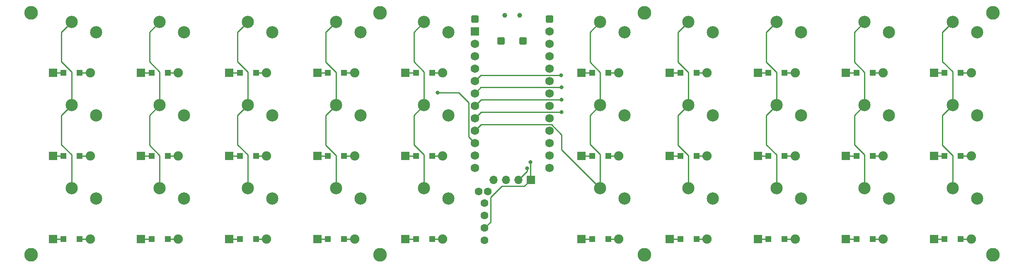
<source format=gbr>
%TF.GenerationSoftware,KiCad,Pcbnew,(6.0.4)*%
%TF.CreationDate,2022-07-31T16:16:28-04:00*%
%TF.ProjectId,satpad,73617470-6164-42e6-9b69-6361645f7063,v1.0.0*%
%TF.SameCoordinates,Original*%
%TF.FileFunction,Copper,L2,Bot*%
%TF.FilePolarity,Positive*%
%FSLAX46Y46*%
G04 Gerber Fmt 4.6, Leading zero omitted, Abs format (unit mm)*
G04 Created by KiCad (PCBNEW (6.0.4)) date 2022-07-31 16:16:28*
%MOMM*%
%LPD*%
G01*
G04 APERTURE LIST*
G04 Aperture macros list*
%AMRoundRect*
0 Rectangle with rounded corners*
0 $1 Rounding radius*
0 $2 $3 $4 $5 $6 $7 $8 $9 X,Y pos of 4 corners*
0 Add a 4 corners polygon primitive as box body*
4,1,4,$2,$3,$4,$5,$6,$7,$8,$9,$2,$3,0*
0 Add four circle primitives for the rounded corners*
1,1,$1+$1,$2,$3*
1,1,$1+$1,$4,$5*
1,1,$1+$1,$6,$7*
1,1,$1+$1,$8,$9*
0 Add four rect primitives between the rounded corners*
20,1,$1+$1,$2,$3,$4,$5,0*
20,1,$1+$1,$4,$5,$6,$7,0*
20,1,$1+$1,$6,$7,$8,$9,0*
20,1,$1+$1,$8,$9,$2,$3,0*%
G04 Aperture macros list end*
%TA.AperFunction,ComponentPad*%
%ADD10C,2.500000*%
%TD*%
%TA.AperFunction,SMDPad,CuDef*%
%ADD11R,1.200000X1.200000*%
%TD*%
%TA.AperFunction,ComponentPad*%
%ADD12C,1.905000*%
%TD*%
%TA.AperFunction,ComponentPad*%
%ADD13R,1.778000X1.778000*%
%TD*%
%TA.AperFunction,ComponentPad*%
%ADD14C,2.800000*%
%TD*%
%TA.AperFunction,ComponentPad*%
%ADD15R,1.752600X1.752600*%
%TD*%
%TA.AperFunction,ComponentPad*%
%ADD16C,1.752600*%
%TD*%
%TA.AperFunction,ComponentPad*%
%ADD17RoundRect,0.400000X-0.400000X-0.400000X0.400000X-0.400000X0.400000X0.400000X-0.400000X0.400000X0*%
%TD*%
%TA.AperFunction,ComponentPad*%
%ADD18O,1.700000X1.700000*%
%TD*%
%TA.AperFunction,ComponentPad*%
%ADD19R,1.700000X1.700000*%
%TD*%
%TA.AperFunction,ComponentPad*%
%ADD20C,1.600000*%
%TD*%
%TA.AperFunction,WasherPad*%
%ADD21C,1.000000*%
%TD*%
%TA.AperFunction,ViaPad*%
%ADD22C,0.800000*%
%TD*%
%TA.AperFunction,Conductor*%
%ADD23C,0.250000*%
%TD*%
G04 APERTURE END LIST*
D10*
%TO.P,S1,1*%
%TO.N,pinky_bottom*%
X5000000Y3800000D03*
%TO.P,S1,2*%
%TO.N,F4*%
X0Y5900000D03*
%TD*%
D11*
%TO.P,D1,1*%
%TO.N,B6*%
X-1650000Y-4500000D03*
%TO.P,D1,2*%
%TO.N,pinky_bottom*%
X1650000Y-4500000D03*
D12*
%TO.P,D1,1*%
X3810000Y-4500000D03*
D13*
%TO.P,D1,2*%
%TO.N,B6*%
X-3810000Y-4500000D03*
%TD*%
D10*
%TO.P,S2,1*%
%TO.N,pinky_home*%
X5000000Y20800000D03*
%TO.P,S2,2*%
%TO.N,F4*%
X0Y22900000D03*
%TD*%
D11*
%TO.P,D2,1*%
%TO.N,B2*%
X-1650000Y12500000D03*
%TO.P,D2,2*%
%TO.N,pinky_home*%
X1650000Y12500000D03*
D12*
%TO.P,D2,1*%
X3810000Y12500000D03*
D13*
%TO.P,D2,2*%
%TO.N,B2*%
X-3810000Y12500000D03*
%TD*%
D10*
%TO.P,S3,1*%
%TO.N,pinky_top*%
X5000000Y37800000D03*
%TO.P,S3,2*%
%TO.N,F4*%
X0Y39900000D03*
%TD*%
D11*
%TO.P,D3,1*%
%TO.N,B3*%
X-1650000Y29500000D03*
%TO.P,D3,2*%
%TO.N,pinky_top*%
X1650000Y29500000D03*
D12*
%TO.P,D3,1*%
X3810000Y29500000D03*
D13*
%TO.P,D3,2*%
%TO.N,B3*%
X-3810000Y29500000D03*
%TD*%
D10*
%TO.P,S4,1*%
%TO.N,ring_bottom*%
X23000000Y3800000D03*
%TO.P,S4,2*%
%TO.N,F5*%
X18000000Y5900000D03*
%TD*%
D11*
%TO.P,D4,1*%
%TO.N,B6*%
X16350000Y-4500000D03*
%TO.P,D4,2*%
%TO.N,ring_bottom*%
X19650000Y-4500000D03*
D12*
%TO.P,D4,1*%
X21810000Y-4500000D03*
D13*
%TO.P,D4,2*%
%TO.N,B6*%
X14190000Y-4500000D03*
%TD*%
D10*
%TO.P,S5,1*%
%TO.N,ring_home*%
X23000000Y20800000D03*
%TO.P,S5,2*%
%TO.N,F5*%
X18000000Y22900000D03*
%TD*%
D11*
%TO.P,D5,1*%
%TO.N,B2*%
X16350000Y12500000D03*
%TO.P,D5,2*%
%TO.N,ring_home*%
X19650000Y12500000D03*
D12*
%TO.P,D5,1*%
X21810000Y12500000D03*
D13*
%TO.P,D5,2*%
%TO.N,B2*%
X14190000Y12500000D03*
%TD*%
D10*
%TO.P,S6,1*%
%TO.N,ring_top*%
X23000000Y37800000D03*
%TO.P,S6,2*%
%TO.N,F5*%
X18000000Y39900000D03*
%TD*%
D11*
%TO.P,D6,1*%
%TO.N,B3*%
X16350000Y29500000D03*
%TO.P,D6,2*%
%TO.N,ring_top*%
X19650000Y29500000D03*
D12*
%TO.P,D6,1*%
X21810000Y29500000D03*
D13*
%TO.P,D6,2*%
%TO.N,B3*%
X14190000Y29500000D03*
%TD*%
D10*
%TO.P,S7,1*%
%TO.N,middle_bottom*%
X41000000Y3800000D03*
%TO.P,S7,2*%
%TO.N,F6*%
X36000000Y5900000D03*
%TD*%
D11*
%TO.P,D7,1*%
%TO.N,B6*%
X34350000Y-4500000D03*
%TO.P,D7,2*%
%TO.N,middle_bottom*%
X37650000Y-4500000D03*
D12*
%TO.P,D7,1*%
X39810000Y-4500000D03*
D13*
%TO.P,D7,2*%
%TO.N,B6*%
X32190000Y-4500000D03*
%TD*%
D10*
%TO.P,S8,1*%
%TO.N,middle_home*%
X41000000Y20800000D03*
%TO.P,S8,2*%
%TO.N,F6*%
X36000000Y22900000D03*
%TD*%
D11*
%TO.P,D8,1*%
%TO.N,B2*%
X34350000Y12500000D03*
%TO.P,D8,2*%
%TO.N,middle_home*%
X37650000Y12500000D03*
D12*
%TO.P,D8,1*%
X39810000Y12500000D03*
D13*
%TO.P,D8,2*%
%TO.N,B2*%
X32190000Y12500000D03*
%TD*%
D10*
%TO.P,S9,1*%
%TO.N,middle_top*%
X41000000Y37800000D03*
%TO.P,S9,2*%
%TO.N,F6*%
X36000000Y39900000D03*
%TD*%
D11*
%TO.P,D9,1*%
%TO.N,B3*%
X34350000Y29500000D03*
%TO.P,D9,2*%
%TO.N,middle_top*%
X37650000Y29500000D03*
D12*
%TO.P,D9,1*%
X39810000Y29500000D03*
D13*
%TO.P,D9,2*%
%TO.N,B3*%
X32190000Y29500000D03*
%TD*%
D10*
%TO.P,S10,1*%
%TO.N,index_bottom*%
X59000000Y3800000D03*
%TO.P,S10,2*%
%TO.N,F7*%
X54000000Y5900000D03*
%TD*%
D11*
%TO.P,D10,1*%
%TO.N,B6*%
X52350000Y-4500000D03*
%TO.P,D10,2*%
%TO.N,index_bottom*%
X55650000Y-4500000D03*
D12*
%TO.P,D10,1*%
X57810000Y-4500000D03*
D13*
%TO.P,D10,2*%
%TO.N,B6*%
X50190000Y-4500000D03*
%TD*%
D10*
%TO.P,S11,1*%
%TO.N,index_home*%
X59000000Y20800000D03*
%TO.P,S11,2*%
%TO.N,F7*%
X54000000Y22900000D03*
%TD*%
D11*
%TO.P,D11,1*%
%TO.N,B2*%
X52350000Y12500000D03*
%TO.P,D11,2*%
%TO.N,index_home*%
X55650000Y12500000D03*
D12*
%TO.P,D11,1*%
X57810000Y12500000D03*
D13*
%TO.P,D11,2*%
%TO.N,B2*%
X50190000Y12500000D03*
%TD*%
D10*
%TO.P,S12,1*%
%TO.N,index_top*%
X59000000Y37800000D03*
%TO.P,S12,2*%
%TO.N,F7*%
X54000000Y39900000D03*
%TD*%
D11*
%TO.P,D12,1*%
%TO.N,B3*%
X52350000Y29500000D03*
%TO.P,D12,2*%
%TO.N,index_top*%
X55650000Y29500000D03*
D12*
%TO.P,D12,1*%
X57810000Y29500000D03*
D13*
%TO.P,D12,2*%
%TO.N,B3*%
X50190000Y29500000D03*
%TD*%
D10*
%TO.P,S13,1*%
%TO.N,inner_bottom*%
X77000000Y3800000D03*
%TO.P,S13,2*%
%TO.N,B1*%
X72000000Y5900000D03*
%TD*%
D11*
%TO.P,D13,1*%
%TO.N,B6*%
X70350000Y-4500000D03*
%TO.P,D13,2*%
%TO.N,inner_bottom*%
X73650000Y-4500000D03*
D12*
%TO.P,D13,1*%
X75810000Y-4500000D03*
D13*
%TO.P,D13,2*%
%TO.N,B6*%
X68190000Y-4500000D03*
%TD*%
D10*
%TO.P,S14,1*%
%TO.N,inner_home*%
X77000000Y20800000D03*
%TO.P,S14,2*%
%TO.N,B1*%
X72000000Y22900000D03*
%TD*%
D11*
%TO.P,D14,1*%
%TO.N,B2*%
X70350000Y12500000D03*
%TO.P,D14,2*%
%TO.N,inner_home*%
X73650000Y12500000D03*
D12*
%TO.P,D14,1*%
X75810000Y12500000D03*
D13*
%TO.P,D14,2*%
%TO.N,B2*%
X68190000Y12500000D03*
%TD*%
D10*
%TO.P,S15,1*%
%TO.N,inner_top*%
X77000000Y37800000D03*
%TO.P,S15,2*%
%TO.N,B1*%
X72000000Y39900000D03*
%TD*%
D11*
%TO.P,D15,1*%
%TO.N,B3*%
X70350000Y29500000D03*
%TO.P,D15,2*%
%TO.N,inner_top*%
X73650000Y29500000D03*
D12*
%TO.P,D15,1*%
X75810000Y29500000D03*
D13*
%TO.P,D15,2*%
%TO.N,B3*%
X68190000Y29500000D03*
%TD*%
D10*
%TO.P,S16,1*%
%TO.N,mirror_pinky_bottom*%
X185000000Y3800000D03*
%TO.P,S16,2*%
%TO.N,F4*%
X180000000Y5900000D03*
%TD*%
D11*
%TO.P,D16,1*%
%TO.N,D4*%
X178350000Y-4500000D03*
%TO.P,D16,2*%
%TO.N,mirror_pinky_bottom*%
X181650000Y-4500000D03*
D12*
%TO.P,D16,1*%
X183810000Y-4500000D03*
D13*
%TO.P,D16,2*%
%TO.N,D4*%
X176190000Y-4500000D03*
%TD*%
D10*
%TO.P,S17,1*%
%TO.N,mirror_pinky_home*%
X185000000Y20800000D03*
%TO.P,S17,2*%
%TO.N,F4*%
X180000000Y22900000D03*
%TD*%
D11*
%TO.P,D17,1*%
%TO.N,D2*%
X178350000Y12500000D03*
%TO.P,D17,2*%
%TO.N,mirror_pinky_home*%
X181650000Y12500000D03*
D12*
%TO.P,D17,1*%
X183810000Y12500000D03*
D13*
%TO.P,D17,2*%
%TO.N,D2*%
X176190000Y12500000D03*
%TD*%
D10*
%TO.P,S18,1*%
%TO.N,mirror_pinky_top*%
X185000000Y37800000D03*
%TO.P,S18,2*%
%TO.N,F4*%
X180000000Y39900000D03*
%TD*%
D11*
%TO.P,D18,1*%
%TO.N,D3*%
X178350000Y29500000D03*
%TO.P,D18,2*%
%TO.N,mirror_pinky_top*%
X181650000Y29500000D03*
D12*
%TO.P,D18,1*%
X183810000Y29500000D03*
D13*
%TO.P,D18,2*%
%TO.N,D3*%
X176190000Y29500000D03*
%TD*%
D10*
%TO.P,S19,1*%
%TO.N,mirror_ring_bottom*%
X167000000Y3800000D03*
%TO.P,S19,2*%
%TO.N,F5*%
X162000000Y5900000D03*
%TD*%
D11*
%TO.P,D19,1*%
%TO.N,D4*%
X160350000Y-4500000D03*
%TO.P,D19,2*%
%TO.N,mirror_ring_bottom*%
X163650000Y-4500000D03*
D12*
%TO.P,D19,1*%
X165810000Y-4500000D03*
D13*
%TO.P,D19,2*%
%TO.N,D4*%
X158190000Y-4500000D03*
%TD*%
D10*
%TO.P,S20,1*%
%TO.N,mirror_ring_home*%
X167000000Y20800000D03*
%TO.P,S20,2*%
%TO.N,F5*%
X162000000Y22900000D03*
%TD*%
D11*
%TO.P,D20,1*%
%TO.N,D2*%
X160350000Y12500000D03*
%TO.P,D20,2*%
%TO.N,mirror_ring_home*%
X163650000Y12500000D03*
D12*
%TO.P,D20,1*%
X165810000Y12500000D03*
D13*
%TO.P,D20,2*%
%TO.N,D2*%
X158190000Y12500000D03*
%TD*%
D10*
%TO.P,S21,1*%
%TO.N,mirror_ring_top*%
X167000000Y37800000D03*
%TO.P,S21,2*%
%TO.N,F5*%
X162000000Y39900000D03*
%TD*%
D11*
%TO.P,D21,1*%
%TO.N,D3*%
X160350000Y29500000D03*
%TO.P,D21,2*%
%TO.N,mirror_ring_top*%
X163650000Y29500000D03*
D12*
%TO.P,D21,1*%
X165810000Y29500000D03*
D13*
%TO.P,D21,2*%
%TO.N,D3*%
X158190000Y29500000D03*
%TD*%
D10*
%TO.P,S22,1*%
%TO.N,mirror_middle_bottom*%
X149000000Y3800000D03*
%TO.P,S22,2*%
%TO.N,F6*%
X144000000Y5900000D03*
%TD*%
D11*
%TO.P,D22,1*%
%TO.N,D4*%
X142350000Y-4500000D03*
%TO.P,D22,2*%
%TO.N,mirror_middle_bottom*%
X145650000Y-4500000D03*
D12*
%TO.P,D22,1*%
X147810000Y-4500000D03*
D13*
%TO.P,D22,2*%
%TO.N,D4*%
X140190000Y-4500000D03*
%TD*%
D10*
%TO.P,S23,1*%
%TO.N,mirror_middle_home*%
X149000000Y20800000D03*
%TO.P,S23,2*%
%TO.N,F6*%
X144000000Y22900000D03*
%TD*%
D11*
%TO.P,D23,1*%
%TO.N,D2*%
X142350000Y12500000D03*
%TO.P,D23,2*%
%TO.N,mirror_middle_home*%
X145650000Y12500000D03*
D12*
%TO.P,D23,1*%
X147810000Y12500000D03*
D13*
%TO.P,D23,2*%
%TO.N,D2*%
X140190000Y12500000D03*
%TD*%
D10*
%TO.P,S24,1*%
%TO.N,mirror_middle_top*%
X149000000Y37800000D03*
%TO.P,S24,2*%
%TO.N,F6*%
X144000000Y39900000D03*
%TD*%
D11*
%TO.P,D24,1*%
%TO.N,D3*%
X142350000Y29500000D03*
%TO.P,D24,2*%
%TO.N,mirror_middle_top*%
X145650000Y29500000D03*
D12*
%TO.P,D24,1*%
X147810000Y29500000D03*
D13*
%TO.P,D24,2*%
%TO.N,D3*%
X140190000Y29500000D03*
%TD*%
D10*
%TO.P,S25,1*%
%TO.N,mirror_index_bottom*%
X131000000Y3800000D03*
%TO.P,S25,2*%
%TO.N,F7*%
X126000000Y5900000D03*
%TD*%
D11*
%TO.P,D25,1*%
%TO.N,D4*%
X124350000Y-4500000D03*
%TO.P,D25,2*%
%TO.N,mirror_index_bottom*%
X127650000Y-4500000D03*
D12*
%TO.P,D25,1*%
X129810000Y-4500000D03*
D13*
%TO.P,D25,2*%
%TO.N,D4*%
X122190000Y-4500000D03*
%TD*%
D10*
%TO.P,S26,1*%
%TO.N,mirror_index_home*%
X131000000Y20800000D03*
%TO.P,S26,2*%
%TO.N,F7*%
X126000000Y22900000D03*
%TD*%
D11*
%TO.P,D26,1*%
%TO.N,D2*%
X124350000Y12500000D03*
%TO.P,D26,2*%
%TO.N,mirror_index_home*%
X127650000Y12500000D03*
D12*
%TO.P,D26,1*%
X129810000Y12500000D03*
D13*
%TO.P,D26,2*%
%TO.N,D2*%
X122190000Y12500000D03*
%TD*%
D10*
%TO.P,S27,1*%
%TO.N,mirror_index_top*%
X131000000Y37800000D03*
%TO.P,S27,2*%
%TO.N,F7*%
X126000000Y39900000D03*
%TD*%
D11*
%TO.P,D27,1*%
%TO.N,D3*%
X124350000Y29500000D03*
%TO.P,D27,2*%
%TO.N,mirror_index_top*%
X127650000Y29500000D03*
D12*
%TO.P,D27,1*%
X129810000Y29500000D03*
D13*
%TO.P,D27,2*%
%TO.N,D3*%
X122190000Y29500000D03*
%TD*%
D10*
%TO.P,S28,1*%
%TO.N,mirror_inner_bottom*%
X113000000Y3800000D03*
%TO.P,S28,2*%
%TO.N,B1*%
X108000000Y5900000D03*
%TD*%
D11*
%TO.P,D28,1*%
%TO.N,D4*%
X106350000Y-4500000D03*
%TO.P,D28,2*%
%TO.N,mirror_inner_bottom*%
X109650000Y-4500000D03*
D12*
%TO.P,D28,1*%
X111810000Y-4500000D03*
D13*
%TO.P,D28,2*%
%TO.N,D4*%
X104190000Y-4500000D03*
%TD*%
D10*
%TO.P,S29,1*%
%TO.N,mirror_inner_home*%
X113000000Y20800000D03*
%TO.P,S29,2*%
%TO.N,B1*%
X108000000Y22900000D03*
%TD*%
D11*
%TO.P,D29,1*%
%TO.N,D2*%
X106350000Y12500000D03*
%TO.P,D29,2*%
%TO.N,mirror_inner_home*%
X109650000Y12500000D03*
D12*
%TO.P,D29,1*%
X111810000Y12500000D03*
D13*
%TO.P,D29,2*%
%TO.N,D2*%
X104190000Y12500000D03*
%TD*%
D10*
%TO.P,S30,1*%
%TO.N,mirror_inner_top*%
X113000000Y37800000D03*
%TO.P,S30,2*%
%TO.N,B1*%
X108000000Y39900000D03*
%TD*%
D11*
%TO.P,D30,1*%
%TO.N,D3*%
X106350000Y29500000D03*
%TO.P,D30,2*%
%TO.N,mirror_inner_top*%
X109650000Y29500000D03*
D12*
%TO.P,D30,1*%
X111810000Y29500000D03*
D13*
%TO.P,D30,2*%
%TO.N,D3*%
X104190000Y29500000D03*
%TD*%
D14*
%TO.P,,1*%
%TO.N,N/C*%
X-8250000Y41750000D03*
%TD*%
%TO.P,,1*%
%TO.N,N/C*%
X-8250000Y-7750000D03*
%TD*%
%TO.P,,1*%
%TO.N,N/C*%
X63000000Y41750000D03*
%TD*%
%TO.P,,1*%
%TO.N,N/C*%
X63000000Y-7750000D03*
%TD*%
%TO.P,,1*%
%TO.N,N/C*%
X188250000Y41750000D03*
%TD*%
%TO.P,,1*%
%TO.N,N/C*%
X188250000Y-7750000D03*
%TD*%
%TO.P,,1*%
%TO.N,N/C*%
X117000000Y41750000D03*
%TD*%
%TO.P,,1*%
%TO.N,N/C*%
X117000000Y-7750000D03*
%TD*%
D15*
%TO.P,MCU1,1*%
%TO.N,RAW*%
X82380000Y37970000D03*
D16*
%TO.P,MCU1,2*%
%TO.N,GND*%
X82380000Y35430000D03*
%TO.P,MCU1,3*%
%TO.N,RST*%
X82380000Y32890000D03*
%TO.P,MCU1,4*%
%TO.N,VCC*%
X82380000Y30350000D03*
%TO.P,MCU1,5*%
%TO.N,F4*%
X82380000Y27810000D03*
%TO.P,MCU1,6*%
%TO.N,F5*%
X82380000Y25270000D03*
%TO.P,MCU1,7*%
%TO.N,F6*%
X82380000Y22730000D03*
%TO.P,MCU1,8*%
%TO.N,F7*%
X82380000Y20190000D03*
%TO.P,MCU1,9*%
%TO.N,B1*%
X82380000Y17650000D03*
%TO.P,MCU1,10*%
%TO.N,B3*%
X82380000Y15110000D03*
%TO.P,MCU1,11*%
%TO.N,B2*%
X82380000Y12570000D03*
%TO.P,MCU1,12*%
%TO.N,B6*%
X82380000Y10030000D03*
%TO.P,MCU1,13*%
%TO.N,D3*%
X97620000Y37970000D03*
%TO.P,MCU1,14*%
%TO.N,D2*%
X97620000Y35430000D03*
%TO.P,MCU1,15*%
%TO.N,GND*%
X97620000Y32890000D03*
%TO.P,MCU1,16*%
X97620000Y30350000D03*
%TO.P,MCU1,17*%
%TO.N,D1*%
X97620000Y27810000D03*
%TO.P,MCU1,18*%
%TO.N,D0*%
X97620000Y25270000D03*
%TO.P,MCU1,19*%
%TO.N,D4*%
X97620000Y22730000D03*
%TO.P,MCU1,20*%
%TO.N,C6*%
X97620000Y20190000D03*
%TO.P,MCU1,21*%
%TO.N,D7*%
X97620000Y17650000D03*
%TO.P,MCU1,22*%
%TO.N,E6*%
X97620000Y15110000D03*
%TO.P,MCU1,23*%
%TO.N,B4*%
X97620000Y12570000D03*
%TO.P,MCU1,24*%
%TO.N,B5*%
X97620000Y10030000D03*
D17*
%TO.P,MCU1,25*%
%TO.N,Bplus*%
X82380000Y40510000D03*
%TO.N,Bminus*%
X97620000Y40510000D03*
%TD*%
D18*
%TO.P,OLED1,4*%
%TO.N,D1*%
X86180000Y7600000D03*
%TO.P,OLED1,3*%
%TO.N,D0*%
X88720000Y7600000D03*
%TO.P,OLED1,2*%
%TO.N,VCC*%
X91260000Y7600000D03*
D19*
%TO.P,OLED1,1*%
%TO.N,GND*%
X93800000Y7600000D03*
%TD*%
D20*
%TO.P,REF\u002A\u002A,S1*%
%TO.N,D7*%
X83150000Y5200000D03*
%TO.P,REF\u002A\u002A,S2*%
%TO.N,E6*%
X85000000Y5200000D03*
%TO.P,REF\u002A\u002A,A*%
%TO.N,B4*%
X84375000Y2810000D03*
%TO.P,REF\u002A\u002A,B*%
%TO.N,B5*%
X84375000Y270000D03*
%TO.P,REF\u002A\u002A,C*%
%TO.N,GND*%
X84375000Y-2270000D03*
%TO.P,REF\u002A\u002A,D*%
%TO.N,N/C*%
X84375000Y-4810000D03*
%TD*%
D21*
%TO.P,T1,*%
%TO.N,*%
X91500000Y41250000D03*
X88500000Y41250000D03*
%TD*%
D17*
%TO.P,,1*%
%TO.N,BAT*%
X87750000Y36000000D03*
%TD*%
%TO.P,,1*%
%TO.N,Bminus*%
X92250000Y36000000D03*
%TD*%
D22*
%TO.N,F4*%
X100000000Y29000000D03*
%TO.N,F5*%
X100100000Y26500000D03*
%TO.N,F6*%
X100100000Y24000000D03*
%TO.N,F7*%
X100100000Y21500000D03*
%TO.N,B3*%
X74765876Y25422580D03*
%TO.N,GND*%
X93758552Y11224500D03*
%TO.N,VCC*%
X93034052Y9974020D03*
%TD*%
D23*
%TO.N,F4*%
X83580811Y29010811D02*
X82380000Y27810000D01*
X99989189Y29010811D02*
X83580811Y29010811D01*
X100000000Y29000000D02*
X99989189Y29010811D01*
%TO.N,F5*%
X83610000Y26500000D02*
X82380000Y25270000D01*
X100100000Y26500000D02*
X83610000Y26500000D01*
%TO.N,F6*%
X83650000Y24000000D02*
X82380000Y22730000D01*
X100100000Y24000000D02*
X83650000Y24000000D01*
%TO.N,F7*%
X83690000Y21500000D02*
X82380000Y20190000D01*
X100100000Y21500000D02*
X83690000Y21500000D01*
%TO.N,B1*%
X83630000Y18900000D02*
X82380000Y17650000D01*
X98068204Y18900000D02*
X83630000Y18900000D01*
X100129189Y16839015D02*
X98068204Y18900000D01*
X100129189Y13770811D02*
X100129189Y16839015D01*
X108000000Y5900000D02*
X100129189Y13770811D01*
%TO.N,B3*%
X81100000Y23400000D02*
X81100000Y16390000D01*
X79077420Y25422580D02*
X81100000Y23400000D01*
X81100000Y16390000D02*
X82380000Y15110000D01*
X74765876Y25422580D02*
X79077420Y25422580D01*
%TO.N,F4*%
X180000000Y12600000D02*
X180000000Y5900000D01*
X177910979Y20810979D02*
X177910979Y14689021D01*
X180000000Y22900000D02*
X177910979Y20810979D01*
X177910979Y14689021D02*
X180000000Y12600000D01*
X180000000Y29725489D02*
X180000000Y22900000D01*
X177910979Y31814510D02*
X180000000Y29725489D01*
X177910979Y37810979D02*
X177910979Y31814510D01*
X180000000Y39900000D02*
X177910979Y37810979D01*
%TO.N,F5*%
X162000000Y12699022D02*
X162000000Y5900000D01*
X159910979Y14788043D02*
X162000000Y12699022D01*
X159910979Y20810979D02*
X159910979Y14788043D01*
X162000000Y22900000D02*
X159910979Y20810979D01*
X162000000Y29600000D02*
X162000000Y22900000D01*
X159910979Y37810979D02*
X159910979Y31689021D01*
X159910979Y31689021D02*
X162000000Y29600000D01*
X162000000Y39900000D02*
X159910979Y37810979D01*
%TO.N,F6*%
X144000000Y12699022D02*
X144000000Y5900000D01*
X141910979Y14788043D02*
X144000000Y12699022D01*
X141910979Y20810979D02*
X141910979Y14788043D01*
X144000000Y22900000D02*
X141910979Y20810979D01*
X141910979Y31689021D02*
X144000000Y29600000D01*
X141910979Y37810979D02*
X141910979Y31689021D01*
X144000000Y29600000D02*
X144000000Y22900000D01*
X144000000Y39900000D02*
X141910979Y37810979D01*
%TO.N,F7*%
X126000000Y12600000D02*
X126000000Y5900000D01*
X123910979Y14689021D02*
X126000000Y12600000D01*
X123910979Y20810979D02*
X123910979Y14689021D01*
X126000000Y22900000D02*
X123910979Y20810979D01*
X123910979Y31689021D02*
X126000000Y29600000D01*
X126000000Y29600000D02*
X126000000Y22900000D01*
X126000000Y39900000D02*
X123910979Y37810979D01*
X123910979Y37810979D02*
X123910979Y31689021D01*
%TO.N,B1*%
X108000000Y12800000D02*
X108000000Y5900000D01*
X105910979Y14889021D02*
X108000000Y12800000D01*
X105910979Y20810979D02*
X105910979Y14889021D01*
X108000000Y22900000D02*
X105910979Y20810979D01*
X105910979Y31689021D02*
X108000000Y29600000D01*
X108000000Y29600000D02*
X108000000Y22900000D01*
X105910979Y37810979D02*
X105910979Y31689021D01*
X108000000Y39900000D02*
X105910979Y37810979D01*
X72000000Y12699022D02*
X72000000Y5900000D01*
X69910979Y14788043D02*
X72000000Y12699022D01*
X69910979Y20810979D02*
X69910979Y14788043D01*
X72000000Y22900000D02*
X69910979Y20810979D01*
X72000000Y29699022D02*
X72000000Y22900000D01*
X69910979Y31788043D02*
X72000000Y29699022D01*
X69910979Y37810979D02*
X69910979Y31788043D01*
X72000000Y39900000D02*
X69910979Y37810979D01*
%TO.N,F7*%
X54000000Y12600000D02*
X54000000Y5900000D01*
X51910979Y14689021D02*
X54000000Y12600000D01*
X54000000Y22900000D02*
X51910979Y20810979D01*
X51910979Y20810979D02*
X51910979Y14689021D01*
X51910979Y31689021D02*
X54000000Y29600000D01*
X51910979Y37810979D02*
X51910979Y31689021D01*
X54000000Y39900000D02*
X51910979Y37810979D01*
X54000000Y29600000D02*
X54000000Y22900000D01*
%TO.N,F6*%
X33910979Y20810979D02*
X33910979Y14788043D01*
X36000000Y12699022D02*
X36000000Y5900000D01*
X36000000Y22900000D02*
X33910979Y20810979D01*
X33910979Y14788043D02*
X36000000Y12699022D01*
X33910979Y31788043D02*
X36000000Y29699022D01*
X33910979Y37810979D02*
X33910979Y31788043D01*
X36000000Y29699022D02*
X36000000Y22900000D01*
X36000000Y39900000D02*
X33910979Y37810979D01*
%TO.N,F5*%
X18000000Y12600000D02*
X18000000Y5900000D01*
X15910979Y14689021D02*
X18000000Y12600000D01*
X15910979Y20810979D02*
X15910979Y14689021D01*
X18000000Y22900000D02*
X15910979Y20810979D01*
X18000000Y29699022D02*
X18000000Y22900000D01*
X15910979Y31788043D02*
X18000000Y29699022D01*
X15910979Y37810979D02*
X15910979Y31788043D01*
X18000000Y39900000D02*
X15910979Y37810979D01*
%TO.N,F4*%
X0Y12699022D02*
X0Y5900000D01*
X-2089021Y14788043D02*
X0Y12699022D01*
X-2089021Y20810979D02*
X-2089021Y14788043D01*
X0Y22900000D02*
X-2089021Y20810979D01*
X0Y29699022D02*
X0Y22900000D01*
X-2089021Y31788043D02*
X0Y29699022D01*
X-2089021Y37810979D02*
X-2089021Y31788043D01*
X0Y39900000D02*
X-2089021Y37810979D01*
%TO.N,mirror_pinky_bottom*%
X181650000Y-4500000D02*
X183810000Y-4500000D01*
%TO.N,D4*%
X176190000Y-4500000D02*
X178350000Y-4500000D01*
%TO.N,mirror_ring_bottom*%
X163650000Y-4500000D02*
X165810000Y-4500000D01*
%TO.N,D4*%
X158190000Y-4500000D02*
X160350000Y-4500000D01*
%TO.N,mirror_middle_bottom*%
X145650000Y-4500000D02*
X147810000Y-4500000D01*
%TO.N,D4*%
X140190000Y-4500000D02*
X142350000Y-4500000D01*
%TO.N,mirror_index_bottom*%
X127650000Y-4500000D02*
X129810000Y-4500000D01*
%TO.N,D4*%
X122190000Y-4500000D02*
X124350000Y-4500000D01*
%TO.N,mirror_inner_bottom*%
X109650000Y-4500000D02*
X111810000Y-4500000D01*
%TO.N,D4*%
X104190000Y-4500000D02*
X106350000Y-4500000D01*
%TO.N,D2*%
X106350000Y12500000D02*
X104190000Y12500000D01*
%TO.N,mirror_inner_home*%
X111810000Y12500000D02*
X109650000Y12500000D01*
%TO.N,D2*%
X124350000Y12500000D02*
X122190000Y12500000D01*
%TO.N,mirror_index_home*%
X129810000Y12500000D02*
X127650000Y12500000D01*
%TO.N,D2*%
X142350000Y12500000D02*
X140190000Y12500000D01*
%TO.N,mirror_middle_home*%
X147810000Y12500000D02*
X145650000Y12500000D01*
%TO.N,D2*%
X160350000Y12500000D02*
X158190000Y12500000D01*
%TO.N,mirror_ring_home*%
X165810000Y12500000D02*
X163650000Y12500000D01*
%TO.N,D2*%
X178350000Y12500000D02*
X176190000Y12500000D01*
%TO.N,mirror_pinky_home*%
X183810000Y12500000D02*
X181650000Y12500000D01*
%TO.N,mirror_pinky_top*%
X181650000Y29500000D02*
X183810000Y29500000D01*
%TO.N,D3*%
X176190000Y29500000D02*
X178350000Y29500000D01*
%TO.N,mirror_ring_top*%
X163650000Y29500000D02*
X165810000Y29500000D01*
%TO.N,D3*%
X158190000Y29500000D02*
X160350000Y29500000D01*
%TO.N,mirror_middle_top*%
X145650000Y29500000D02*
X147810000Y29500000D01*
%TO.N,D3*%
X140190000Y29500000D02*
X142350000Y29500000D01*
%TO.N,mirror_index_top*%
X127650000Y29500000D02*
X129810000Y29500000D01*
%TO.N,D3*%
X122190000Y29500000D02*
X124350000Y29500000D01*
%TO.N,mirror_inner_top*%
X109650000Y29500000D02*
X111810000Y29500000D01*
%TO.N,D3*%
X104190000Y29500000D02*
X106350000Y29500000D01*
%TO.N,inner_top*%
X73650000Y29500000D02*
X75810000Y29500000D01*
%TO.N,B3*%
X68190000Y29500000D02*
X70350000Y29500000D01*
%TO.N,index_top*%
X55650000Y29500000D02*
X57810000Y29500000D01*
%TO.N,B3*%
X50190000Y29500000D02*
X52350000Y29500000D01*
%TO.N,B2*%
X52350000Y12500000D02*
X50190000Y12500000D01*
%TO.N,index_home*%
X57810000Y12500000D02*
X55650000Y12500000D01*
%TO.N,B2*%
X70350000Y12500000D02*
X68190000Y12500000D01*
%TO.N,inner_home*%
X75810000Y12500000D02*
X73650000Y12500000D01*
%TO.N,inner_bottom*%
X73650000Y-4500000D02*
X75810000Y-4500000D01*
%TO.N,B6*%
X68190000Y-4500000D02*
X70350000Y-4500000D01*
%TO.N,index_bottom*%
X55650000Y-4500000D02*
X57810000Y-4500000D01*
%TO.N,B6*%
X50190000Y-4500000D02*
X52350000Y-4500000D01*
%TO.N,middle_bottom*%
X37650000Y-4500000D02*
X39810000Y-4500000D01*
%TO.N,B6*%
X32190000Y-4500000D02*
X34350000Y-4500000D01*
%TO.N,ring_bottom*%
X19650000Y-4500000D02*
X21810000Y-4500000D01*
%TO.N,B6*%
X14190000Y-4500000D02*
X16350000Y-4500000D01*
%TO.N,pinky_bottom*%
X1650000Y-4500000D02*
X3810000Y-4500000D01*
%TO.N,B6*%
X-3810000Y-4500000D02*
X-1650000Y-4500000D01*
%TO.N,B2*%
X-1650000Y12500000D02*
X-3810000Y12500000D01*
%TO.N,pinky_home*%
X3810000Y12500000D02*
X1650000Y12500000D01*
%TO.N,B2*%
X16350000Y12500000D02*
X14190000Y12500000D01*
%TO.N,ring_home*%
X21810000Y12500000D02*
X19650000Y12500000D01*
%TO.N,B2*%
X34350000Y12500000D02*
X32190000Y12500000D01*
%TO.N,middle_home*%
X39810000Y12500000D02*
X37650000Y12500000D01*
%TO.N,middle_top*%
X37650000Y29500000D02*
X39810000Y29500000D01*
%TO.N,B3*%
X32190000Y29500000D02*
X34350000Y29500000D01*
%TO.N,ring_top*%
X19650000Y29500000D02*
X21810000Y29500000D01*
%TO.N,B3*%
X14190000Y29500000D02*
X16350000Y29500000D01*
%TO.N,pinky_top*%
X1650000Y29500000D02*
X3810000Y29500000D01*
%TO.N,B3*%
X-3810000Y29500000D02*
X-1650000Y29500000D01*
%TO.N,VCC*%
X93034052Y9374052D02*
X91260000Y7600000D01*
X93034052Y9974020D02*
X93034052Y9374052D01*
%TO.N,GND*%
X93758552Y7641448D02*
X93800000Y7600000D01*
X93758552Y11224500D02*
X93758552Y7641448D01*
X92500000Y6300000D02*
X93800000Y7600000D01*
X87900000Y6300000D02*
X92500000Y6300000D01*
X85600000Y-1045000D02*
X85600000Y4000000D01*
X85600000Y4000000D02*
X87900000Y6300000D01*
X84375000Y-2270000D02*
X85600000Y-1045000D01*
%TD*%
M02*

</source>
